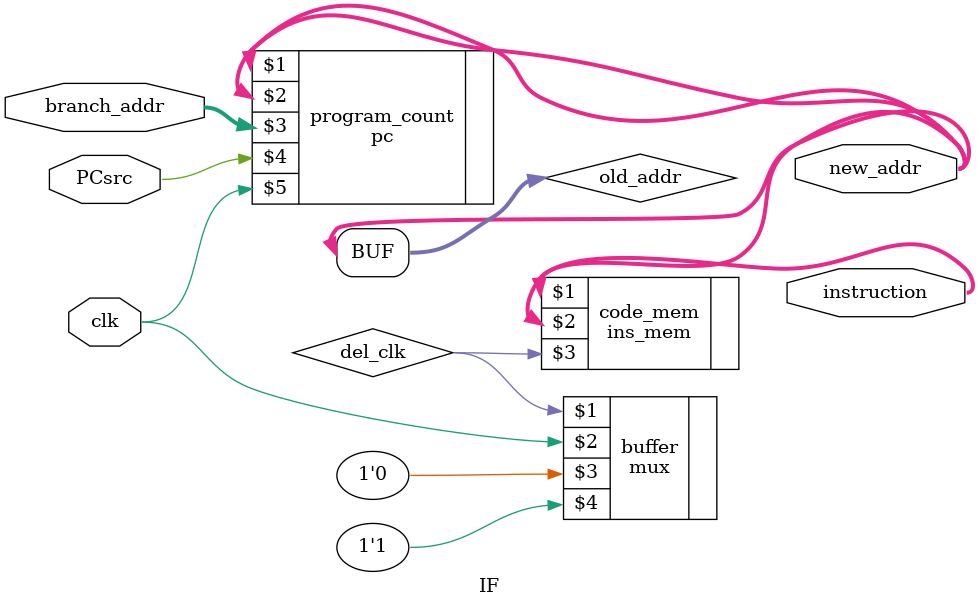
<source format=sv>

module IF (
	output logic [31:0] instruction, new_addr,
	input bit PCsrc,
	input logic [31:0] branch_addr,
	input logic clk
);
	logic [31:0] old_addr;
	bit del_clk; // delayed clock
	
	pc program_count(new_addr, old_addr, branch_addr, PCsrc, clk);
	mux #(1) buffer(del_clk, clk, 1'b0, 1'b1);
	ins_mem code_mem(instruction, old_addr, del_clk);

	assign old_addr = new_addr;
    
endmodule

</source>
